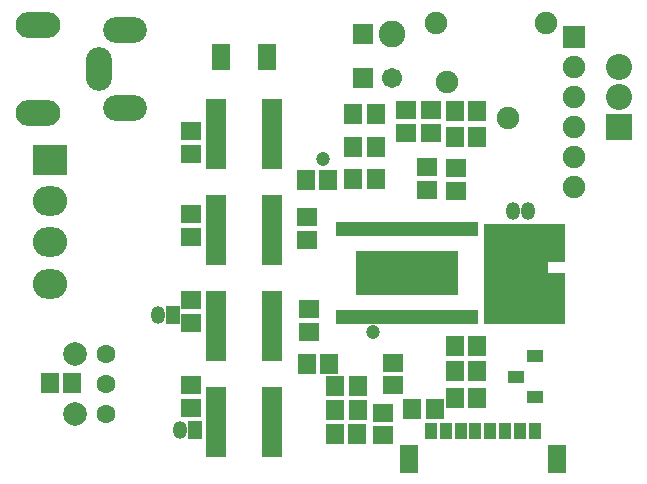
<source format=gbr>
G04 DipTrace 3.3.1.3*
G04 BottomMask.gbr*
%MOIN*%
G04 #@! TF.FileFunction,Soldermask,Bot*
G04 #@! TF.Part,Single*
%ADD53C,0.08905*%
%ADD94C,0.047402*%
%ADD96C,0.086772*%
%ADD98R,0.086772X0.086772*%
%ADD104C,0.078898*%
%ADD106C,0.06315*%
%ADD114R,0.342677X0.145827*%
%ADD116R,0.019252X0.047402*%
%ADD120R,0.057244X0.043465*%
%ADD134R,0.071024X0.232441*%
%ADD136R,0.047402X0.059213*%
%ADD138O,0.047402X0.059213*%
%ADD140R,0.059213X0.092677*%
%ADD142R,0.039528X0.055276*%
%ADD144O,0.114331X0.098583*%
%ADD146R,0.114331X0.098583*%
%ADD148C,0.067402*%
%ADD150R,0.067402X0.067402*%
%ADD152R,0.074961X0.074961*%
%ADD154C,0.074961*%
%ADD156O,0.149764X0.086772*%
%ADD158O,0.086772X0.145827*%
%ADD160O,0.145827X0.086772*%
%ADD164R,0.06315X0.090709*%
%ADD168R,0.059213X0.067087*%
%ADD170R,0.067087X0.059213*%
%FSLAX26Y26*%
G04*
G70*
G90*
G75*
G01*
G04 BotMask*
%LPD*%
D94*
X3657480Y1358268D3*
X3826772Y779528D3*
D170*
X3937008Y1444882D3*
Y1519685D3*
D168*
X3759843Y1291339D3*
X3834646D3*
X3774144Y600306D3*
X3699341D3*
X3759843Y1397638D3*
X3834646D3*
X3759843Y1507874D3*
X3834646D3*
X3774144Y519980D3*
X3699341D3*
X3773940Y439655D3*
X3699136D3*
X4173228Y649606D3*
X4098425D3*
D170*
X4102362Y1326772D3*
Y1251969D3*
D168*
X4173739Y561626D3*
X4098936D3*
X3956693Y523622D3*
X4031496D3*
D170*
X4006352Y1254068D3*
Y1328871D3*
D168*
X4173228Y1429134D3*
X4098425D3*
X4098731Y732503D3*
X4173534D3*
D170*
X3607243Y1162622D3*
Y1087819D3*
X3893701Y602362D3*
Y677165D3*
X3858268Y437008D3*
Y511811D3*
D168*
X3602362Y1287402D3*
X3677165D3*
D170*
X3613493Y781537D3*
Y856340D3*
D168*
X3605619Y675071D3*
X3680423D3*
D170*
X3220472Y812008D3*
Y886811D3*
Y527559D3*
Y602362D3*
Y1448819D3*
Y1374016D3*
Y1173228D3*
Y1098425D3*
D168*
X2822835Y610236D3*
X2748031D3*
D164*
X3472441Y1696850D3*
X3318903D3*
D160*
X3000000Y1527559D3*
D158*
X2913386Y1657480D3*
D160*
X3000000Y1787402D3*
D156*
X2708661Y1803150D3*
Y1511811D3*
D154*
X4401575Y1811024D3*
X4275591Y1492126D3*
X4070866Y1614173D3*
X4035433Y1811024D3*
D152*
X4496063Y1763780D3*
D154*
Y1663780D3*
Y1563780D3*
Y1463780D3*
Y1363780D3*
Y1263780D3*
D150*
X3791341Y1625984D3*
D148*
X3889761D3*
D146*
X2748031Y1354331D3*
D144*
Y1216535D3*
Y1078740D3*
Y940945D3*
D142*
X4019685Y448819D3*
X4068898D3*
D140*
X4438976Y358465D3*
X3944882D3*
D142*
X4118110Y448819D3*
X4216535D3*
X4167323D3*
X4314961D3*
X4265748D3*
X4364173D3*
D138*
X3108858Y837205D3*
D136*
X3158858D3*
D138*
X4292520Y1185039D3*
X4342520D3*
D150*
X3791339Y1773622D3*
D53*
X3889759D3*
D138*
X3181693Y454134D3*
D136*
X3231693D3*
D134*
X3488189Y800428D3*
X3303150D3*
X3488189Y480315D3*
X3303150D3*
X3488189Y1440655D3*
X3303150D3*
X3488189Y1120542D3*
X3303150D3*
D170*
X4019685Y1444882D3*
Y1519685D3*
D168*
X4173228Y1515748D3*
X4098425D3*
D120*
X4366142Y700787D3*
Y562992D3*
X4303150Y631891D3*
D116*
X3711881Y1125118D3*
X3731566D3*
X3751251D3*
X3770936D3*
X3790621D3*
X3810306D3*
X3829991D3*
X3849676D3*
X3869361D3*
X3889046D3*
X3908731D3*
X3928416D3*
X3948101D3*
X3967786D3*
X3987471D3*
X4007156D3*
X4026841D3*
X4046526D3*
X4066211D3*
X4085896D3*
X4105581D3*
X4125266D3*
X4144951D3*
X4164636D3*
Y829843D3*
X4144951D3*
X4125266D3*
X4105581D3*
X4085896D3*
X4066211D3*
X4046526D3*
X4026841D3*
X4007156D3*
X3987471D3*
X3967786D3*
X3948101D3*
X3928416D3*
X3908731D3*
X3889046D3*
X3869361D3*
X3849676D3*
X3829991D3*
X3810306D3*
X3790621D3*
X3770936D3*
X3751251D3*
X3731566D3*
X3711881D3*
D114*
X3938259Y977480D3*
D106*
X2935039Y507874D3*
Y607874D3*
Y707874D3*
D104*
X2831890Y507874D3*
Y707874D3*
D98*
X4644677Y1462087D3*
D96*
Y1562087D3*
Y1662087D3*
G36*
X4196850Y1139764D2*
X4465551D1*
Y1013780D1*
X4409449D1*
Y978346D1*
X4465551D1*
Y807087D1*
X4196850D1*
D1*
Y1139764D1*
G37*
M02*

</source>
